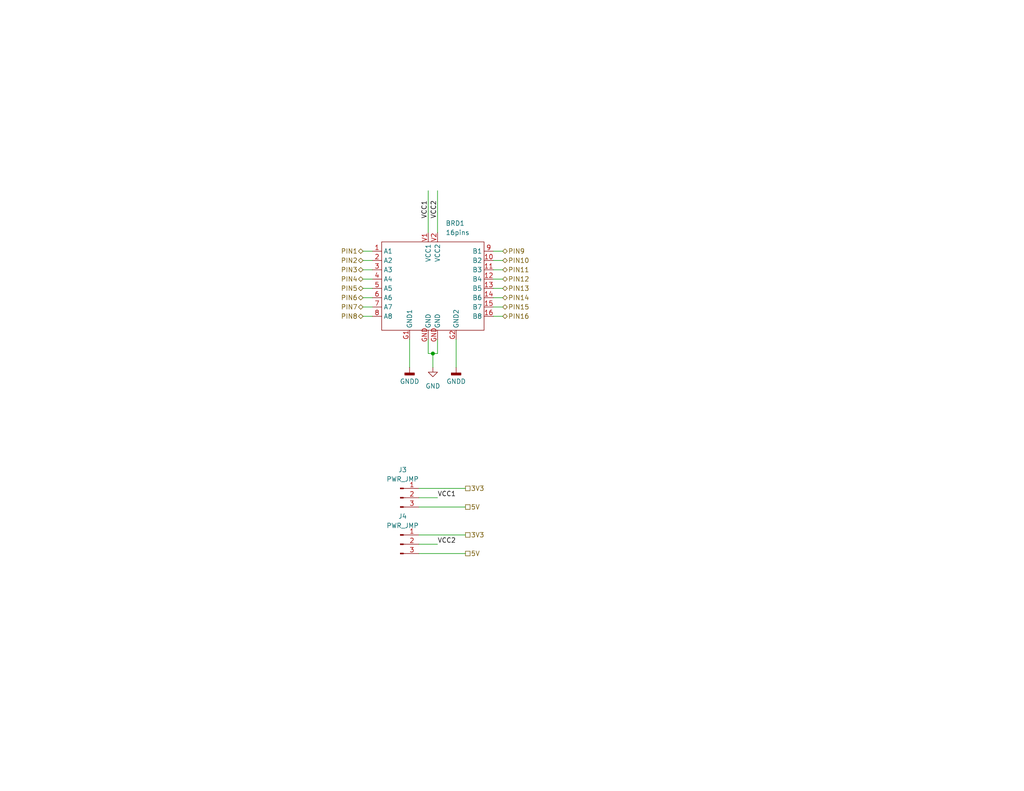
<source format=kicad_sch>
(kicad_sch (version 20231120) (generator "eeschema") (generator_version "8.0")
  (paper "USLetter")
  (title_block (title "ESP32-C3 Breadboard Adapter."))
  (lib_symbols
    (symbol "Alexander KiCad Libraries:BRD-PowerAdapter-ESP32C3"
      (property "Reference" "BRD" (at -11.176 3.302 0))
      (property "Value" "16pins" (at 0.508 -10.922 0))
      (symbol "BRD-PowerAdapter-ESP32C3_0_1"
        (rectangle (start -13.97 0) (end 13.97 -24.13))
      )
      (symbol "BRD-PowerAdapter-ESP32C3_1_0"
        (pin bidirectional line (at 16.51 -5.08 180) (length 2.54) (name "B2") (number "10"))
        (pin bidirectional line (at 16.51 -7.62 180) (length 2.54) (name "B3") (number "11"))
        (pin bidirectional line (at 16.51 -10.16 180) (length 2.54) (name "B4") (number "12"))
        (pin bidirectional line (at 16.51 -12.7 180) (length 2.54) (name "B5") (number "13"))
        (pin bidirectional line (at 16.51 -15.24 180) (length 2.54) (name "B6") (number "14"))
        (pin bidirectional line (at 16.51 -17.78 180) (length 2.54) (name "B7") (number "15"))
        (pin bidirectional line (at 16.51 -20.32 180) (length 2.54) (name "B8") (number "16"))
        (pin bidirectional line (at -16.51 -5.08 0) (length 2.54) (name "A2") (number "2"))
        (pin bidirectional line (at -16.51 -7.62 0) (length 2.54) (name "A3") (number "3"))
        (pin bidirectional line (at -16.51 -10.16 0) (length 2.54) (name "A4") (number "4"))
        (pin bidirectional line (at -16.51 -12.7 0) (length 2.54) (name "A5") (number "5"))
        (pin bidirectional line (at -16.51 -15.24 0) (length 2.54) (name "A6") (number "6"))
        (pin bidirectional line (at -16.51 -17.78 0) (length 2.54) (name "A7") (number "7"))
        (pin bidirectional line (at -16.51 -20.32 0) (length 2.54) (name "A8") (number "8"))
      )
      (symbol "BRD-PowerAdapter-ESP32C3_1_1"
        (pin bidirectional line (at -16.51 -2.54 0) (length 2.54) (name "A1") (number "1"))
        (pin input line (at 16.51 -2.54 180) (length 2.54) (name "B1") (number "9"))
        (pin input line (at -6.35 -26.67 90) (length 2.54) (name "GND1") (number "G1"))
        (pin input line (at 6.35 -26.67 90) (length 2.54) (name "GND2") (number "G2"))
        (pin input line (at -1.27 -26.67 90) (length 2.54) (name "GND") (number "GND"))
        (pin input line (at 1.27 -26.67 90) (length 2.54) (name "GND") (number "GND"))
        (pin input line (at -1.27 2.54 270) (length 2.54) (name "VCC1") (number "V1"))
        (pin input line (at 1.27 2.54 270) (length 2.54) (name "VCC2") (number "V2"))
      )
    )
    (symbol "Connector:Conn_01x03_Pin" (pin_names (offset 1.016) hide)
      (property "Reference" "J" (at 0 5.08 0))
      (property "Value" "Conn_01x03_Pin" (at 0 -5.08 0))
      (symbol "Conn_01x03_Pin_1_1"
        (polyline (pts (xy 1.27 -2.54) (xy 0.8636 -2.54)) (stroke (width 0.1524)))
        (polyline (pts (xy 1.27 0) (xy 0.8636 0)) (stroke (width 0.1524)))
        (polyline (pts (xy 1.27 2.54) (xy 0.8636 2.54)) (stroke (width 0.1524)))
        (rectangle (start 0.8636 -2.413) (end 0 -2.667) (stroke (width 0.1524)) (fill (type outline)))
        (rectangle (start 0.8636 0.127) (end 0 -0.127) (stroke (width 0.1524)) (fill (type outline)))
        (rectangle (start 0.8636 2.667) (end 0 2.413) (stroke (width 0.1524)) (fill (type outline)))
        (pin passive line (at 5.08 2.54 180) (length 3.81) (name "Pin_1") (number "1"))
        (pin passive line (at 5.08 0 180) (length 3.81) (name "Pin_2") (number "2"))
        (pin passive line (at 5.08 -2.54 180) (length 3.81) (name "Pin_3") (number "3"))
      )
    )
    (symbol "power:GND" (power) (pin_numbers hide) (pin_names (offset 0) hide)
      (property "Value" "GND" (at 0 -3.81 0))
      (symbol "GND_0_1"
        (polyline (pts (xy 0 0) (xy 0 -1.27) (xy 1.27 -1.27) (xy 0 -2.54) (xy -1.27 -1.27) (xy 0 -1.27)))
      )
      (symbol "GND_1_1"
        (pin power_in line (at 0 0 270) (length 0) (name "~") (number "1"))
      )
    )
    (symbol "power:GNDD" (power) (pin_numbers hide) (pin_names (offset 0) hide)
      (property "Value" "GNDD" (at 0 -3.175 0))
      (symbol "GNDD_0_1"
        (rectangle (start -1.27 -1.524) (end 1.27 -2.032) (stroke (width 0.254)) (fill (type outline)))
        (polyline (pts (xy 0 0) (xy 0 -1.524)))
      )
      (symbol "GNDD_1_1"
        (pin power_in line (at 0 0 270) (length 0) (name "~") (number "1"))
      )
    )
  )
  (junction (at 118.11 96.52))
  (wire (pts (xy 99.06 73.66) (xy 101.6 73.66)))
  (wire (pts (xy 99.06 83.82) (xy 101.6 83.82)))
  (wire (pts (xy 99.06 71.12) (xy 101.6 71.12)))
  (wire (pts (xy 134.62 83.82) (xy 137.16 83.82)))
  (wire (pts (xy 134.62 68.58) (xy 137.16 68.58)))
  (wire (pts (xy 99.06 68.58) (xy 101.6 68.58)))
  (wire (pts (xy 119.38 52.07) (xy 119.38 63.5)))
  (wire (pts (xy 114.3 148.59) (xy 119.38 148.59)))
  (wire (pts (xy 114.3 146.05) (xy 127 146.05)))
  (wire (pts (xy 99.06 78.74) (xy 101.6 78.74)))
  (wire (pts (xy 134.62 86.36) (xy 137.16 86.36)))
  (wire (pts (xy 114.3 133.35) (xy 127 133.35)))
  (wire (pts (xy 99.06 76.2) (xy 101.6 76.2)))
  (wire (pts (xy 114.3 151.13) (xy 127 151.13)))
  (wire (pts (xy 118.11 96.52) (xy 119.38 96.52)))
  (wire (pts (xy 134.62 78.74) (xy 137.16 78.74)))
  (wire (pts (xy 114.3 138.43) (xy 127 138.43)))
  (wire (pts (xy 134.62 76.2) (xy 137.16 76.2)))
  (wire (pts (xy 124.46 92.71) (xy 124.46 100.33)))
  (wire (pts (xy 134.62 73.66) (xy 137.16 73.66)))
  (wire (pts (xy 116.84 92.71) (xy 116.84 96.52)))
  (wire (pts (xy 99.06 81.28) (xy 101.6 81.28)))
  (wire (pts (xy 116.84 96.52) (xy 118.11 96.52)))
  (wire (pts (xy 134.62 71.12) (xy 137.16 71.12)))
  (wire (pts (xy 119.38 92.71) (xy 119.38 96.52)))
  (wire (pts (xy 134.62 81.28) (xy 137.16 81.28)))
  (wire (pts (xy 118.11 96.52) (xy 118.11 100.33)))
  (wire (pts (xy 114.3 135.89) (xy 119.38 135.89)))
  (wire (pts (xy 111.76 92.71) (xy 111.76 100.33)))
  (wire (pts (xy 116.84 52.07) (xy 116.84 63.5)))
  (wire (pts (xy 99.06 86.36) (xy 101.6 86.36)))
  (label "VCC1" (at 119.38 135.89 0))
  (label "VCC2" (at 119.38 59.69 90))
  (label "VCC1" (at 116.84 59.69 90))
  (label "VCC2" (at 119.38 148.59 0))
  (hierarchical_label "PIN1" (shape bidirectional) (at 99.06 68.58 180))
  (hierarchical_label "PIN12" (shape bidirectional) (at 137.16 76.2 0))
  (hierarchical_label "PIN2" (shape bidirectional) (at 99.06 71.12 180))
  (hierarchical_label "PIN10" (shape bidirectional) (at 137.16 71.12 0))
  (hierarchical_label "PIN15" (shape bidirectional) (at 137.16 83.82 0))
  (hierarchical_label "PIN16" (shape bidirectional) (at 137.16 86.36 0))
  (hierarchical_label "PIN9" (shape bidirectional) (at 137.16 68.58 0))
  (hierarchical_label "PIN8" (shape bidirectional) (at 99.06 86.36 180))
  (hierarchical_label "PIN4" (shape bidirectional) (at 99.06 76.2 180))
  (hierarchical_label "PIN7" (shape bidirectional) (at 99.06 83.82 180))
  (hierarchical_label "PIN5" (shape bidirectional) (at 99.06 78.74 180))
  (hierarchical_label "3V3" (shape passive) (at 127 133.35 0))
  (hierarchical_label "PIN11" (shape bidirectional) (at 137.16 73.66 0))
  (hierarchical_label "PIN13" (shape bidirectional) (at 137.16 78.74 0))
  (hierarchical_label "PIN3" (shape bidirectional) (at 99.06 73.66 180))
  (hierarchical_label "3V3" (shape passive) (at 127 146.05 0))
  (hierarchical_label "5V" (shape passive) (at 127 138.43 0))
  (hierarchical_label "PIN6" (shape bidirectional) (at 99.06 81.28 180))
  (hierarchical_label "5V" (shape passive) (at 127 151.13 0))
  (hierarchical_label "PIN14" (shape bidirectional) (at 137.16 81.28 0))
  (symbol (lib_id "power:GNDD") (at 124.46 100.33 0) (unit 1)
    (property "Reference" "#PWR03" (effects (hide yes)))
    (property "Value" "GNDD" (at 124.46 104.14 0))
    (property "Description" "Power symbol creates a global label with name \"GNDD\" , digital ground" (effects (hide yes)))
  )
  (symbol (lib_id "Connector:Conn_01x03_Pin") (at 109.22 135.89 0) (unit 1)
    (property "Reference" "J3" (at 109.855 128.27 0))
    (property "Value" "PWR_JMP" (at 109.855 130.81 0))
    (property "Footprint" "Connector_PinHeader_2.54mm:PinHeader_1x03_P2.54mm_Vertical" (effects (hide yes)))
    (property "Description" "Generic connector, single row, 01x03, script generated" (effects (hide yes)))
  )
  (symbol (lib_id "Connector:Conn_01x03_Pin") (at 109.22 148.59 0) (unit 1)
    (property "Reference" "J4" (at 109.855 140.97 0))
    (property "Value" "PWR_JMP" (at 109.855 143.51 0))
    (property "Footprint" "Connector_PinHeader_2.54mm:PinHeader_1x03_P2.54mm_Vertical" (effects (hide yes)))
    (property "Description" "Generic connector, single row, 01x03, script generated" (effects (hide yes)))
  )
  (symbol (lib_id "Alexander KiCad Libraries:BRD-PowerAdapter-ESP32C3") (at 118.11 66.04 0) (unit 1)
    (property "Reference" "BRD1" (at 121.5741 60.96 0) (effects (justify left)))
    (property "Value" "16pins" (at 121.5741 63.5 0) (effects (justify left)))
    (property "Footprint" "Alexander Footprint Library:BreadBoard-PowerAdapter-ESP32C3" (effects (hide yes)))
    (property "Description" "BRD PowerAdapter" (effects (hide yes)))
  )
  (symbol (lib_id "power:GND") (at 118.11 100.33 0) (unit 1)
    (property "Reference" "#PWR02" (effects (hide yes)))
    (property "Value" "GND" (at 118.11 105.41 0))
    (property "Description" "Power symbol creates a global label with name \"GND\" , ground" (effects (hide yes)))
  )
  (symbol (lib_id "power:GNDD") (at 111.76 100.33 0) (unit 1)
    (property "Reference" "#PWR01" (effects (hide yes)))
    (property "Value" "GNDD" (at 111.76 104.14 0))
    (property "Description" "Power symbol creates a global label with name \"GNDD\" , digital ground" (effects (hide yes)))
  )
)
</source>
